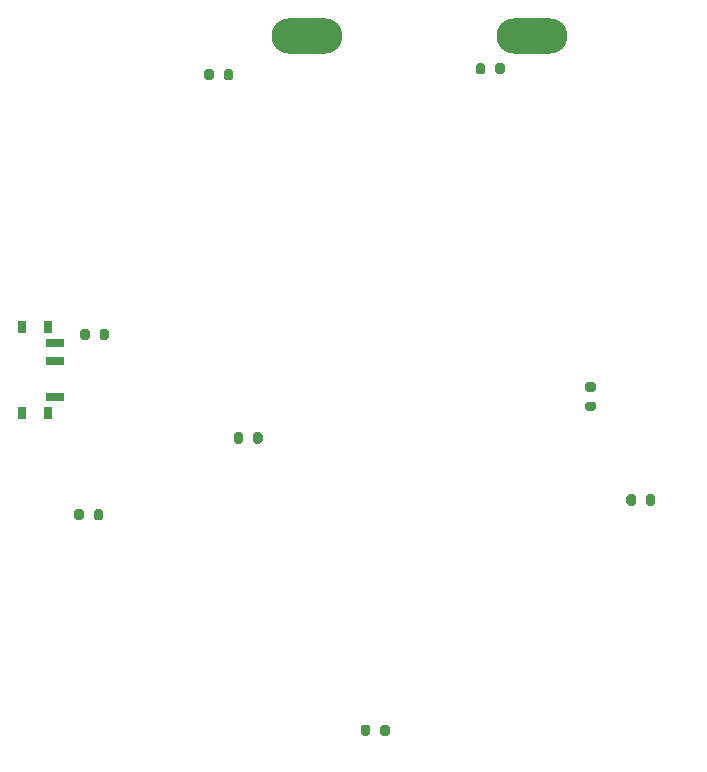
<source format=gbr>
%TF.GenerationSoftware,KiCad,Pcbnew,(5.1.10)-1*%
%TF.CreationDate,2021-10-20T07:50:51+02:00*%
%TF.ProjectId,TVZ_kuglica,54565a5f-6b75-4676-9c69-63612e6b6963,rev?*%
%TF.SameCoordinates,Original*%
%TF.FileFunction,Paste,Bot*%
%TF.FilePolarity,Positive*%
%FSLAX46Y46*%
G04 Gerber Fmt 4.6, Leading zero omitted, Abs format (unit mm)*
G04 Created by KiCad (PCBNEW (5.1.10)-1) date 2021-10-20 07:50:51*
%MOMM*%
%LPD*%
G01*
G04 APERTURE LIST*
%ADD10R,1.500000X0.700000*%
%ADD11R,0.800000X1.000000*%
%ADD12O,6.000000X3.000000*%
G04 APERTURE END LIST*
D10*
%TO.C,SW1*%
X105930000Y-102000000D03*
X105930000Y-99000000D03*
X105930000Y-97500000D03*
D11*
X103070000Y-103400000D03*
X103070000Y-96100000D03*
X105280000Y-96100000D03*
X105280000Y-103400000D03*
%TD*%
D12*
%TO.C,BT1*%
X127250000Y-71500000D03*
X146250000Y-71500000D03*
%TD*%
%TO.C,R1*%
G36*
G01*
X108025000Y-97025000D02*
X108025000Y-96475000D01*
G75*
G02*
X108225000Y-96275000I200000J0D01*
G01*
X108625000Y-96275000D01*
G75*
G02*
X108825000Y-96475000I0J-200000D01*
G01*
X108825000Y-97025000D01*
G75*
G02*
X108625000Y-97225000I-200000J0D01*
G01*
X108225000Y-97225000D01*
G75*
G02*
X108025000Y-97025000I0J200000D01*
G01*
G37*
G36*
G01*
X109675000Y-97025000D02*
X109675000Y-96475000D01*
G75*
G02*
X109875000Y-96275000I200000J0D01*
G01*
X110275000Y-96275000D01*
G75*
G02*
X110475000Y-96475000I0J-200000D01*
G01*
X110475000Y-97025000D01*
G75*
G02*
X110275000Y-97225000I-200000J0D01*
G01*
X109875000Y-97225000D01*
G75*
G02*
X109675000Y-97025000I0J200000D01*
G01*
G37*
%TD*%
%TO.C,R2*%
G36*
G01*
X120175000Y-75025000D02*
X120175000Y-74475000D01*
G75*
G02*
X120375000Y-74275000I200000J0D01*
G01*
X120775000Y-74275000D01*
G75*
G02*
X120975000Y-74475000I0J-200000D01*
G01*
X120975000Y-75025000D01*
G75*
G02*
X120775000Y-75225000I-200000J0D01*
G01*
X120375000Y-75225000D01*
G75*
G02*
X120175000Y-75025000I0J200000D01*
G01*
G37*
G36*
G01*
X118525000Y-75025000D02*
X118525000Y-74475000D01*
G75*
G02*
X118725000Y-74275000I200000J0D01*
G01*
X119125000Y-74275000D01*
G75*
G02*
X119325000Y-74475000I0J-200000D01*
G01*
X119325000Y-75025000D01*
G75*
G02*
X119125000Y-75225000I-200000J0D01*
G01*
X118725000Y-75225000D01*
G75*
G02*
X118525000Y-75025000I0J200000D01*
G01*
G37*
%TD*%
%TO.C,R3*%
G36*
G01*
X141525000Y-74525000D02*
X141525000Y-73975000D01*
G75*
G02*
X141725000Y-73775000I200000J0D01*
G01*
X142125000Y-73775000D01*
G75*
G02*
X142325000Y-73975000I0J-200000D01*
G01*
X142325000Y-74525000D01*
G75*
G02*
X142125000Y-74725000I-200000J0D01*
G01*
X141725000Y-74725000D01*
G75*
G02*
X141525000Y-74525000I0J200000D01*
G01*
G37*
G36*
G01*
X143175000Y-74525000D02*
X143175000Y-73975000D01*
G75*
G02*
X143375000Y-73775000I200000J0D01*
G01*
X143775000Y-73775000D01*
G75*
G02*
X143975000Y-73975000I0J-200000D01*
G01*
X143975000Y-74525000D01*
G75*
G02*
X143775000Y-74725000I-200000J0D01*
G01*
X143375000Y-74725000D01*
G75*
G02*
X143175000Y-74525000I0J200000D01*
G01*
G37*
%TD*%
%TO.C,R4*%
G36*
G01*
X122675000Y-105775000D02*
X122675000Y-105225000D01*
G75*
G02*
X122875000Y-105025000I200000J0D01*
G01*
X123275000Y-105025000D01*
G75*
G02*
X123475000Y-105225000I0J-200000D01*
G01*
X123475000Y-105775000D01*
G75*
G02*
X123275000Y-105975000I-200000J0D01*
G01*
X122875000Y-105975000D01*
G75*
G02*
X122675000Y-105775000I0J200000D01*
G01*
G37*
G36*
G01*
X121025000Y-105775000D02*
X121025000Y-105225000D01*
G75*
G02*
X121225000Y-105025000I200000J0D01*
G01*
X121625000Y-105025000D01*
G75*
G02*
X121825000Y-105225000I0J-200000D01*
G01*
X121825000Y-105775000D01*
G75*
G02*
X121625000Y-105975000I-200000J0D01*
G01*
X121225000Y-105975000D01*
G75*
G02*
X121025000Y-105775000I0J200000D01*
G01*
G37*
%TD*%
%TO.C,R5*%
G36*
G01*
X107525000Y-112275000D02*
X107525000Y-111725000D01*
G75*
G02*
X107725000Y-111525000I200000J0D01*
G01*
X108125000Y-111525000D01*
G75*
G02*
X108325000Y-111725000I0J-200000D01*
G01*
X108325000Y-112275000D01*
G75*
G02*
X108125000Y-112475000I-200000J0D01*
G01*
X107725000Y-112475000D01*
G75*
G02*
X107525000Y-112275000I0J200000D01*
G01*
G37*
G36*
G01*
X109175000Y-112275000D02*
X109175000Y-111725000D01*
G75*
G02*
X109375000Y-111525000I200000J0D01*
G01*
X109775000Y-111525000D01*
G75*
G02*
X109975000Y-111725000I0J-200000D01*
G01*
X109975000Y-112275000D01*
G75*
G02*
X109775000Y-112475000I-200000J0D01*
G01*
X109375000Y-112475000D01*
G75*
G02*
X109175000Y-112275000I0J200000D01*
G01*
G37*
%TD*%
%TO.C,R6*%
G36*
G01*
X133425000Y-130525000D02*
X133425000Y-129975000D01*
G75*
G02*
X133625000Y-129775000I200000J0D01*
G01*
X134025000Y-129775000D01*
G75*
G02*
X134225000Y-129975000I0J-200000D01*
G01*
X134225000Y-130525000D01*
G75*
G02*
X134025000Y-130725000I-200000J0D01*
G01*
X133625000Y-130725000D01*
G75*
G02*
X133425000Y-130525000I0J200000D01*
G01*
G37*
G36*
G01*
X131775000Y-130525000D02*
X131775000Y-129975000D01*
G75*
G02*
X131975000Y-129775000I200000J0D01*
G01*
X132375000Y-129775000D01*
G75*
G02*
X132575000Y-129975000I0J-200000D01*
G01*
X132575000Y-130525000D01*
G75*
G02*
X132375000Y-130725000I-200000J0D01*
G01*
X131975000Y-130725000D01*
G75*
G02*
X131775000Y-130525000I0J200000D01*
G01*
G37*
%TD*%
%TO.C,R7*%
G36*
G01*
X154275000Y-111025000D02*
X154275000Y-110475000D01*
G75*
G02*
X154475000Y-110275000I200000J0D01*
G01*
X154875000Y-110275000D01*
G75*
G02*
X155075000Y-110475000I0J-200000D01*
G01*
X155075000Y-111025000D01*
G75*
G02*
X154875000Y-111225000I-200000J0D01*
G01*
X154475000Y-111225000D01*
G75*
G02*
X154275000Y-111025000I0J200000D01*
G01*
G37*
G36*
G01*
X155925000Y-111025000D02*
X155925000Y-110475000D01*
G75*
G02*
X156125000Y-110275000I200000J0D01*
G01*
X156525000Y-110275000D01*
G75*
G02*
X156725000Y-110475000I0J-200000D01*
G01*
X156725000Y-111025000D01*
G75*
G02*
X156525000Y-111225000I-200000J0D01*
G01*
X156125000Y-111225000D01*
G75*
G02*
X155925000Y-111025000I0J200000D01*
G01*
G37*
%TD*%
%TO.C,R8*%
G36*
G01*
X151525000Y-101575000D02*
X150975000Y-101575000D01*
G75*
G02*
X150775000Y-101375000I0J200000D01*
G01*
X150775000Y-100975000D01*
G75*
G02*
X150975000Y-100775000I200000J0D01*
G01*
X151525000Y-100775000D01*
G75*
G02*
X151725000Y-100975000I0J-200000D01*
G01*
X151725000Y-101375000D01*
G75*
G02*
X151525000Y-101575000I-200000J0D01*
G01*
G37*
G36*
G01*
X151525000Y-103225000D02*
X150975000Y-103225000D01*
G75*
G02*
X150775000Y-103025000I0J200000D01*
G01*
X150775000Y-102625000D01*
G75*
G02*
X150975000Y-102425000I200000J0D01*
G01*
X151525000Y-102425000D01*
G75*
G02*
X151725000Y-102625000I0J-200000D01*
G01*
X151725000Y-103025000D01*
G75*
G02*
X151525000Y-103225000I-200000J0D01*
G01*
G37*
%TD*%
M02*

</source>
